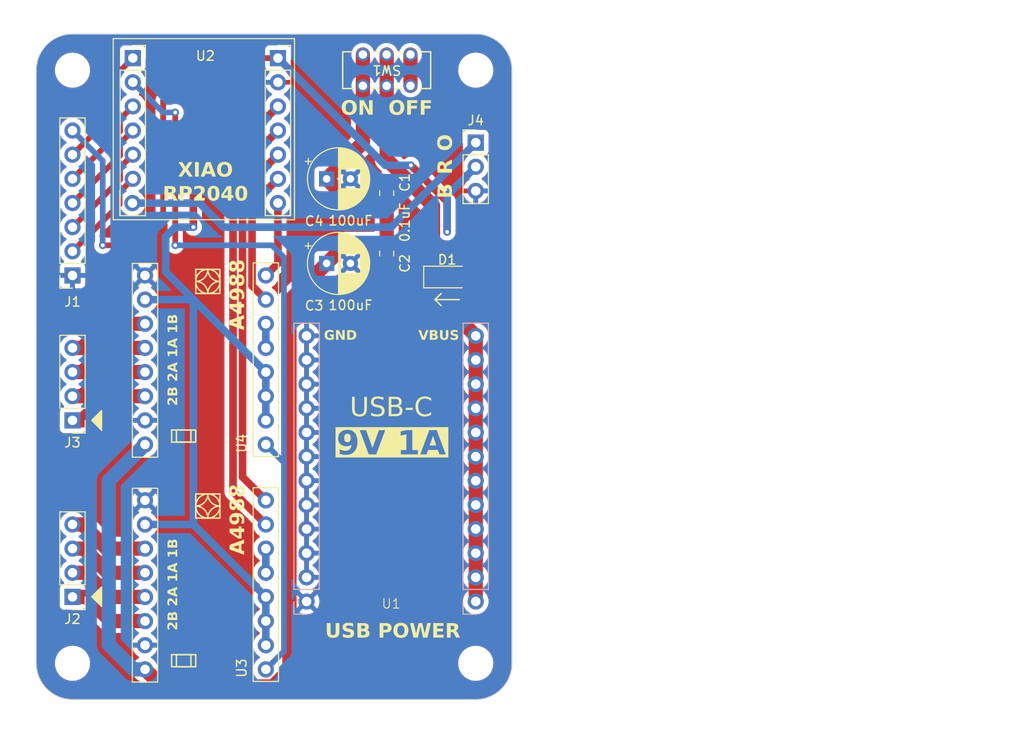
<source format=kicad_pcb>
(kicad_pcb (version 20221018) (generator pcbnew)
  (layers (0 "F.Cu" signal) (31 "B.Cu" signal) (34 "B.Paste" user) (35 "F.Paste" user) (36 "B.SilkS" user "B.Silkscreen") (37 "F.SilkS" user "F.Silkscreen") (38 "B.Mask" user) (39 "F.Mask" user) (44 "Edge.Cuts" user))
  (net 0 "")
  (net 1 "GND")
  (net 2 "VBUS")
  (net 3 "Net-(D1-K)")
  (net 4 "Net-(D1-A)")
  (net 5 "/SCL")
  (net 6 "/SDA")
  (net 7 "/A3")
  (net 8 "/A2")
  (net 9 "/DAC")
  (net 10 "Net-(J2-Pin_1)")
  (net 11 "Net-(J2-Pin_2)")
  (net 12 "Net-(J2-Pin_3)")
  (net 13 "Net-(J2-Pin_4)")
  (net 14 "Net-(J3-Pin_1)")
  (net 15 "Net-(J3-Pin_2)")
  (net 16 "Net-(J3-Pin_3)")
  (net 17 "Net-(J3-Pin_4)")
  (net 18 "/A6")
  (net 19 "+5V")
  (net 20 "/ENABLE")
  (net 21 "unconnected-(SW1-C-Pad3)")
  (net 22 "+3V3")
  (net 23 "/A7")
  (net 24 "/A8")
  (net 25 "/A9")
  (net 26 "/A10")
  (net 27 "Net-(U3-RESET)")
  (net 28 "Net-(U4-RESET)")
  (footprint "Diode_SMD:D_1206_3216Metric_Pad1.42x1.75mm_HandSolder" (layer "F.Cu") (at 118.11 50.965)
    (fp_text reference "D1" (at 0 -1.82) (layer "F.SilkS"))
    (fp_text value "D_Schottky")
    (pad "1" smd roundrect (at -1.4875 0) (size 1.425 1.75) (layers "F.Cu" "F.Paste" "F.Mask") (roundrect_rratio 0.1754392982) (net 3 "Net-(D1-K)"))
    (pad "2" smd roundrect (at 1.4875 0) (size 1.425 1.75) (layers "F.Cu" "F.Paste" "F.Mask") (roundrect_rratio 0.1754392982) (net 4 "Net-(D1-A)"))
  )
  (footprint "Capacitor_SMD:C_0805_2012Metric_Pad1.18x1.45mm_HandSolder" (layer "F.Cu") (at 111.76 42.1425 -90)
    (fp_text reference "C1" (at -1.1215 -1.905 90) (layer "F.SilkS"))
    (fp_text value "0.1uF")
    (pad "1" smd roundrect (at -1.0375 0 270) (size 1.175 1.45) (layers "F.Cu" "F.Paste" "F.Mask") (roundrect_rratio 0.2127659574) (net 1 "GND"))
    (pad "2" smd roundrect (at 1.0375 0 270) (size 1.175 1.45) (layers "F.Cu" "F.Paste" "F.Mask") (roundrect_rratio 0.2127659574) (net 2 "VBUS"))
  )
  (footprint "MountingHole:MountingHole_3.2mm_M3" (layer "F.Cu") (at 78.74 29.21)
    (fp_text reference "H1" hide)
    (fp_text value "M3")
    (pad "" np_thru_hole circle (at 0 0) (size 3.2 3.2) (drill 3.2) (layers "*.Cu" "*.Mask"))
  )
  (footprint "MountingHole:MountingHole_3.2mm_M3" (layer "F.Cu") (at 78.74 91.59)
    (fp_text reference "H2" hide)
    (fp_text value "M3")
    (pad "" np_thru_hole circle (at 0 0) (size 3.2 3.2) (drill 3.2) (layers "*.Cu" "*.Mask"))
  )
  (footprint "Blot:QTPYXIAORP2040" (layer "F.Cu") (at 92.7 22.08)
    (fp_text reference "U2" (at 0 5.63 unlocked) (layer "F.SilkS"))
    (fp_text value "RP2040 XIAO")
    (pad "0" thru_hole rect (at -7.62 5.86) (size 1.7 1.7) (drill 1) (layers "*.Cu" "*.Mask") (net 9 "/DAC"))
    (pad "1" thru_hole oval (at -7.62 8.4) (size 1.7 1.7) (drill 1) (layers "*.Cu" "*.Mask") (net 20 "/ENABLE"))
    (pad "2" thru_hole oval (at -7.62 10.94) (size 1.7 1.7) (drill 1) (layers "*.Cu" "*.Mask") (net 8 "/A2"))
    (pad "3" thru_hole oval (at -7.62 13.48) (size 1.7 1.7) (drill 1) (layers "*.Cu" "*.Mask") (net 7 "/A3"))
    (pad "3V3" thru_hole oval (at 7.63 10.94) (size 1.7 1.7) (drill 1) (layers "*.Cu" "*.Mask") (net 22 "+3V3"))
    (pad "4" thru_hole oval (at -7.62 16.02) (size 1.7 1.7) (drill 1) (layers "*.Cu" "*.Mask") (net 6 "/SDA"))
    (pad "5" thru_hole oval (at -7.62 18.56) (size 1.7 1.7) (drill 1) (layers "*.Cu" "*.Mask") (net 5 "/SCL"))
    (pad "5V" thru_hole rect (at 7.63 5.86) (size 1.7 1.7) (drill 1) (layers "*.Cu" "*.Mask") (net 19 "+5V"))
    (pad "6" thru_hole oval (at -7.66 21.11 270) (size 1.7 1.7) (drill 1) (layers "*.Cu" "*.Mask") (net 18 "/A6"))
    (pad "7" thru_hole oval (at 7.63 21.1) (size 1.7 1.7) (drill 1) (layers "*.Cu" "*.Mask") (net 23 "/A7"))
    (pad "8" thru_hole oval (at 7.63 18.56) (size 1.7 1.7) (drill 1) (layers "*.Cu" "*.Mask") (net 24 "/A8"))
    (pad "9" thru_hole oval (at 7.63 16.02) (size 1.7 1.7) (drill 1) (layers "*.Cu" "*.Mask") (net 25 "/A9"))
    (pad "10" thru_hole oval (at 7.63 13.48) (size 1.7 1.7) (drill 1) (layers "*.Cu" "*.Mask") (net 26 "/A10"))
    (pad "GND" thru_hole oval (at 7.63 8.4) (size 1.7 1.7) (drill 1) (layers "*.Cu" "*.Mask") (net 1 "GND"))
  )
  (footprint "Blot:A4988" (layer "F.Cu") (at 92.71 99.8475 180)
    (fp_text reference "U3" (at -3.81 7.755 90 unlocked) (layer "F.SilkS"))
    (fp_text value "A4988")
    (pad "1" thru_hole circle (at -6.35 7.62 180) (size 1.7 1.7) (drill 1) (layers "*.Cu" "*.Mask") (net 20 "/ENABLE"))
    (pad "2" thru_hole oval (at -6.35 10.16 180) (size 1.7 1.7) (drill 1) (layers "*.Cu" "*.Mask") (net 22 "+3V3"))
    (pad "3" thru_hole oval (at -6.35 12.7 180) (size 1.7 1.7) (drill 1) (layers "*.Cu" "*.Mask") (net 22 "+3V3"))
    (pad "4" thru_hole oval (at -6.35 15.24 180) (size 1.7 1.7) (drill 1) (layers "*.Cu" "*.Mask") (net 22 "+3V3"))
    (pad "5" thru_hole oval (at -6.35 17.78 180) (size 1.7 1.7) (drill 1) (layers "*.Cu" "*.Mask") (net 27 "Net-(U3-RESET)"))
    (pad "6" thru_hole oval (at -6.35 20.32 180) (size 1.7 1.7) (drill 1) (layers "*.Cu" "*.Mask") (net 27 "Net-(U3-RESET)"))
    (pad "7" thru_hole oval (at -6.35 22.86 180) (size 1.7 1.7) (drill 1) (layers "*.Cu" "*.Mask") (net 26 "/A10"))
    (pad "8" thru_hole oval (at -6.35 25.4 180) (size 1.7 1.7) (drill 1) (layers "*.Cu" "*.Mask") (net 25 "/A9"))
    (pad "9" thru_hole circle (at 6.35 25.4) (size 1.7 1.7) (drill 1) (layers "*.Cu" "*.Mask") (net 1 "GND"))
    (pad "10" thru_hole oval (at 6.35 22.86) (size 1.7 1.7) (drill 1) (layers "*.Cu" "*.Mask") (net 22 "+3V3"))
    (pad "11" thru_hole oval (at 6.35 20.32) (size 1.7 1.7) (drill 1) (layers "*.Cu" "*.Mask") (net 13 "Net-(J2-Pin_4)"))
    (pad "12" thru_hole oval (at 6.35 17.78) (size 1.7 1.7) (drill 1) (layers "*.Cu" "*.Mask") (net 12 "Net-(J2-Pin_3)"))
    (pad "13" thru_hole oval (at 6.35 15.24) (size 1.7 1.7) (drill 1) (layers "*.Cu" "*.Mask") (net 11 "Net-(J2-Pin_2)"))
    (pad "14" thru_hole oval (at 6.35 12.7) (size 1.7 1.7) (drill 1) (layers "*.Cu" "*.Mask") (net 10 "Net-(J2-Pin_1)"))
    (pad "15" thru_hole oval (at 6.35 10.16) (size 1.7 1.7) (drill 1) (layers "*.Cu" "*.Mask") (net 1 "GND"))
    (pad "16" thru_hole oval (at 6.35 7.62) (size 1.7 1.7) (drill 1) (layers "*.Cu" "*.Mask") (net 2 "VBUS"))
  )
  (footprint "Capacitor_THT:CP_Radial_D6.3mm_P2.50mm" (layer "F.Cu") (at 105.45 49.53)
    (fp_text reference "C3" (at -1.31 4.445) (layer "F.SilkS"))
    (fp_text value "100uF" (at 2.5 4.4) (layer "F.SilkS"))
    (pad "1" thru_hole rect (at 0 0) (size 1.6 1.6) (drill 0.8) (layers "*.Cu" "*.Mask") (net 2 "VBUS"))
    (pad "2" thru_hole circle (at 2.5 0) (size 1.6 1.6) (drill 0.8) (layers "*.Cu" "*.Mask") (net 1 "GND"))
  )
  (footprint "Blot:A4988" (layer "F.Cu") (at 92.71 76.2 180)
    (fp_text reference "U4" (at -3.81 7.755 90 unlocked) (layer "F.SilkS"))
    (fp_text value "A4988")
    (pad "1" thru_hole circle (at -6.35 7.62 180) (size 1.7 1.7) (drill 1) (layers "*.Cu" "*.Mask") (net 20 "/ENABLE"))
    (pad "2" thru_hole oval (at -6.35 10.16 180) (size 1.7 1.7) (drill 1) (layers "*.Cu" "*.Mask") (net 22 "+3V3"))
    (pad "3" thru_hole oval (at -6.35 12.7 180) (size 1.7 1.7) (drill 1) (layers "*.Cu" "*.Mask") (net 22 "+3V3"))
    (pad "4" thru_hole oval (at -6.35 15.24 180) (size 1.7 1.7) (drill 1) (layers "*.Cu" "*.Mask") (net 22 "+3V3"))
    (pad "5" thru_hole oval (at -6.35 17.78 180) (size 1.7 1.7) (drill 1) (layers "*.Cu" "*.Mask") (net 28 "Net-(U4-RESET)"))
    (pad "6" thru_hole oval (at -6.35 20.32 180) (size 1.7 1.7) (drill 1) (layers "*.Cu" "*.Mask") (net 28 "Net-(U4-RESET)"))
    (pad "7" thru_hole oval (at -6.35 22.86 180) (size 1.7 1.7) (drill 1) (layers "*.Cu" "*.Mask") (net 24 "/A8"))
    (pad "8" thru_hole oval (at -6.35 25.4 180) (size 1.7 1.7) (drill 1) (layers "*.Cu" "*.Mask") (net 23 "/A7"))
    (pad "9" thru_hole circle (at 6.35 25.4) (size 1.7 1.7) (drill 1) (layers "*.Cu" "*.Mask") (net 1 "GND"))
    (pad "10" thru_hole oval (at 6.35 22.86) (size 1.7 1.7) (drill 1) (layers "*.Cu" "*.Mask") (net 22 "+3V3"))
    (pad "11" thru_hole oval (at 6.35 20.32) (size 1.7 1.7) (drill 1) (layers "*.Cu" "*.Mask") (net 17 "Net-(J3-Pin_4)"))
    (pad "12" thru_hole oval (at 6.35 17.78) (size 1.7 1.7) (drill 1) (layers "*.Cu" "*.Mask") (net 16 "Net-(J3-Pin_3)"))
    (pad "13" thru_hole oval (at 6.35 15.24) (size 1.7 1.7) (drill 1) (layers "*.Cu" "*.Mask") (net 15 "Net-(J3-Pin_2)"))
    (pad "14" thru_hole oval (at 6.35 12.7) (size 1.7 1.7) (drill 1) (layers "*.Cu" "*.Mask") (net 14 "Net-(J3-Pin_1)"))
    (pad "15" thru_hole oval (at 6.35 10.16) (size 1.7 1.7) (drill 1) (layers "*.Cu" "*.Mask") (net 1 "GND"))
    (pad "16" thru_hole oval (at 6.35 7.62) (size 1.7 1.7) (drill 1) (layers "*.Cu" "*.Mask") (net 2 "VBUS"))
  )
  (footprint "Blot:SWITCH_011CQN" (layer "F.Cu") (at 109.26 30.860001 90)
    (fp_text reference "SW1" (at 1.65 2.5 180 unlocked) (layer "F.SilkS"))
    (fp_text value "SW_SPDT")
    (pad "1" thru_hole circle (at 0.000001 0 90) (size 1.397 1.397) (drill 0.889) (layers "*.Cu" "*.Mask") (net 2 "VBUS"))
    (pad "1" thru_hole circle (at 3.3 0 90) (size 1.397 1.397) (drill 0.889) (layers "*.Cu" "*.Mask") (net 2 "VBUS"))
    (pad "2" thru_hole circle (at 0.000001 2.5 90) (size 1.397 1.397) (drill 0.889) (layers "*.Cu" "*.Mask") (net 3 "Net-(D1-K)"))
    (pad "2" thru_hole circle (at 3.3 2.5 90) (size 1.397 1.397) (drill 0.889) (layers "*.Cu" "*.Mask") (net 3 "Net-(D1-K)"))
    (pad "3" thru_hole circle (at 0.000001 5 90) (size 1.397 1.397) (drill 0.889) (layers "*.Cu" "*.Mask") (net 21 "unconnected-(SW1-C-Pad3)"))
    (pad "3" thru_hole circle (at 3.3 5 90) (size 1.397 1.397) (drill 0.889) (layers "*.Cu" "*.Mask") (net 21 "unconnected-(SW1-C-Pad3)"))
  )
  (footprint "Connector_PinHeader_2.54mm:PinHeader_1x03_P2.54mm_Vertical" (layer "F.Cu") (at 121.12 36.83)
    (fp_text reference "J4" (at 0 -2.33) (layer "F.SilkS"))
    (fp_text value "SG90")
    (pad "1" thru_hole rect (at 0 0) (size 1.7 1.7) (drill 1) (layers "*.Cu" "*.Mask") (net 18 "/A6"))
    (pad "2" thru_hole oval (at 0 2.54) (size 1.7 1.7) (drill 1) (layers "*.Cu" "*.Mask") (net 19 "+5V"))
    (pad "3" thru_hole oval (at 0 5.08) (size 1.7 1.7) (drill 1) (layers "*.Cu" "*.Mask") (net 1 "GND"))
  )
  (footprint "Blot:USB-C PD" (layer "F.Cu") (at 112.23 71.12 180)
    (fp_text reference "U1" (at 0 -14.2 unlocked) (layer "F.SilkS") (effects (font (thickness 0.1))))
    (fp_text value "~")
    (fp_text user "USB-C" (at 0 6.35 unlocked) (layer "F.SilkS") (effects (font (size 2 2) (thickness 0.1))))
    (fp_text user "9V 1A" (at 0 2.54 unlocked) (layer "F.SilkS" knockout) (effects (font (size 2.5 2.5) (thickness 0.2) bold)))
    (pad "1" thru_hole circle (at -8.89 -13.97) (size 1.7 1.7) (drill 1) (layers "*.Cu" "*.Mask") (net 4 "Net-(D1-A)"))
    (pad "2" thru_hole oval (at -8.89 -11.43) (size 1.7 1.7) (drill 1) (layers "*.Cu" "*.Mask") (net 4 "Net-(D1-A)"))
    (pad "3" thru_hole oval (at -8.89 -8.89) (size 1.7 1.7) (drill 1) (layers "*.Cu" "*.Mask") (net 4 "Net-(D1-A)"))
    (pad "4" thru_hole oval (at -8.89 -6.35) (size 1.7 1.7) (drill 1) (layers "*.Cu" "*.Mask") (net 4 "Net-(D1-A)"))
    (pad "5" thru_hole oval (at -8.89 -3.81) (size 1.7 1.7) (drill 1) (layers "*.Cu" "*.Mask") (net 4 "Net-(D1-A)"))
    (pad "6" thru_hole oval (at -8.89 -1.27) (size 1.7 1.7) (drill 1) (layers "*.Cu" "*.Mask") (net 4 "Net-(D1-A)"))
    (pad "7" thru_hole oval (at -8.89 1.27) (size 1.7 1.7) (drill 1) (layers "*.Cu" "*.Mask") (net 4 "Net-(D1-A)"))
    (pad "8" thru_hole oval (at -8.89 3.81) (size 1.7 1.7) (drill 1) (layers "*.Cu" "*.Mask") (net 4 "Net-(D1-A)"))
    (pad "9" thru_hole oval (at -8.89 6.35) (size 1.7 1.7) (drill 1) (layers "*.Cu" "*.Mask") (net 4 "Net-(D1-A)"))
    (pad "10" thru_hole oval (at -8.89 8.89) (size 1.7 1.7) (drill 1) (layers "*.Cu" "*.Mask") (net 4 "Net-(D1-A)"))
    (pad "11" thru_hole oval (at -8.89 11.43) (size 1.7 1.7) (drill 1) (layers "*.Cu" "*.Mask") (net 4 "Net-(D1-A)"))
    (pad "12" thru_hole oval (at -8.89 13.97) (size 1.7 1.7) (drill 1) (layers "*.Cu" "*.Mask") (net 4 "Net-(D1-A)"))
    (pad "13" thru_hole oval (at 8.89 13.97) (size 1.7 1.7) (drill 1) (layers "*.Cu" "*.Mask") (net 1 "GND"))
    (pad "14" thru_hole oval (at 8.89 11.43) (size 1.7 1.7) (drill 1) (layers "*.Cu" "*.Mask") (net 1 "GND"))
    (pad "15" thru_hole oval (at 8.89 8.89) (size 1.7 1.7) (drill 1) (layers "*.Cu" "*.Mask") (net 1 "GND"))
    (pad "16" thru_hole oval (at 8.89 6.35 90) (size 1.7 1.7) (drill 1) (layers "*.Cu" "*.Mask") (net 1 "GND"))
    (pad "17" thru_hole oval (at 8.89 3.81) (size 1.7 1.7) (drill 1) (layers "*.Cu" "*.Mask") (net 1 "GND"))
    (pad "18" thru_hole oval (at 8.89 1.27) (size 1.7 1.7) (drill 1) (layers "*.Cu" "*.Mask") (net 1 "GND"))
    (pad "19" thru_hole oval (at 8.89 -1.27) (size 1.7 1.7) (drill 1) (layers "*.Cu" "*.Mask") (net 1 "GND"))
    (pad "20" thru_hole oval (at 8.89 -3.81) (size 1.7 1.7) (drill 1) (layers "*.Cu" "*.Mask") (net 1 "GND"))
    (pad "21" thru_hole oval (at 8.89 -6.35) (size 1.7 1.7) (drill 1) (layers "*.Cu" "*.Mask") (net 1 "GND"))
    (pad "22" thru_hole oval (at 8.89 -8.89) (size 1.7 1.7) (drill 1) (layers "*.Cu" "*.Mask") (net 1 "GND"))
    (pad "23" thru_hole oval (at 8.89 -11.43) (size 1.7 1.7) (drill 1) (layers "*.Cu" "*.Mask") (net 1 "GND"))
    (pad "24" thru_hole circle (at 8.89 -13.97) (size 1.7 1.7) (drill 1) (layers "*.Cu" "*.Mask") (net 1 "GND"))
  )
  (footprint "Connector_PinHeader_2.54mm:PinHeader_1x04_P2.54mm_Vertical" (layer "F.Cu") (at 78.74 66.04 180)
    (fp_text reference "J3" (at 0 -2.33) (layer "F.SilkS"))
    (fp_text value "NEMA17")
    (pad "1" thru_hole rect (at 0 0 180) (size 1.7 1.7) (drill 1) (layers "*.Cu" "*.Mask") (net 14 "Net-(J3-Pin_1)"))
    (pad "2" thru_hole oval (at 0 2.54 180) (size 1.7 1.7) (drill 1) (layers "*.Cu" "*.Mask") (net 15 "Net-(J3-Pin_2)"))
    (pad "3" thru_hole oval (at 0 5.08 180) (size 1.7 1.7) (drill 1) (layers "*.Cu" "*.Mask") (net 16 "Net-(J3-Pin_3)"))
    (pad "4" thru_hole oval (at 0 7.62 180) (size 1.7 1.7) (drill 1) (layers "*.Cu" "*.Mask") (net 17 "Net-(J3-Pin_4)"))
  )
  (footprint "MountingHole:MountingHole_3.2mm_M3" (layer "F.Cu") (at 121.12 29.21)
    (fp_text reference "H4" hide)
    (fp_text value "M3")
    (pad "" np_thru_hole circle (at 0 0) (size 3.2 3.2) (drill 3.2) (layers "*.Cu" "*.Mask"))
  )
  (footprint "Connector_PinHeader_2.54mm:PinHeader_1x04_P2.54mm_Vertical" (layer "F.Cu") (at 78.74 84.6074 180)
    (fp_text reference "J2" (at 0 -2.33) (layer "F.SilkS"))
    (fp_text value "NEMA17")
    (pad "1" thru_hole rect (at 0 0 180) (size 1.7 1.7) (drill 1) (layers "*.Cu" "*.Mask") (net 10 "Net-(J2-Pin_1)"))
    (pad "2" thru_hole oval (at 0 2.54 180) (size 1.7 1.7) (drill 1) (layers "*.Cu" "*.Mask") (net 11 "Net-(J2-Pin_2)"))
    (pad "3" thru_hole oval (at 0 5.08 180) (size 1.7 1.7) (drill 1) (layers "*.Cu" "*.Mask") (net 12 "Net-(J2-Pin_3)"))
    (pad "4" thru_hole oval (at 0 7.62 180) (size 1.7 1.7) (drill 1) (layers "*.Cu" "*.Mask") (net 13 "Net-(J2-Pin_4)"))
  )
  (footprint "Capacitor_SMD:C_0805_2012Metric_Pad1.18x1.45mm_HandSolder" (layer "F.Cu") (at 111.76 48.4925 90)
    (fp_text reference "C2" (at -1.0375 1.905 90) (layer "F.SilkS"))
    (fp_text value "0.1uF" (at 3.2805 1.905 90) (layer "F.SilkS"))
    (pad "1" smd roundrect (at -1.0375 0 90) (size 1.175 1.45) (layers "F.Cu" "F.Paste" "F.Mask") (roundrect_rratio 0.2127659574) (net 1 "GND"))
    (pad "2" smd roundrect (at 1.0375 0 90) (size 1.175 1.45) (layers "F.Cu" "F.Paste" "F.Mask") (roundrect_rratio 0.2127659574) (net 2 "VBUS"))
  )
  (footprint "Connector_PinSocket_2.54mm:PinSocket_1x07_P2.54mm_Vertical" (layer "F.Cu") (at 78.74 50.8 180)
    (fp_text reference "J1" (at 0 -2.77) (layer "F.SilkS"))
    (fp_text value "GPIO")
    (pad "1" thru_hole rect (at 0 0 180) (size 1.7 1.7) (drill 1) (layers "*.Cu" "*.Mask") (net 1 "GND"))
    (pad "2" thru_hole oval (at 0 2.54 180) (size 1.7 1.7) (drill 1) (layers "*.Cu" "*.Mask") (net 5 "/SCL"))
    (pad "3" thru_hole oval (at 0 5.08 180) (size 1.7 1.7) (drill 1) (layers "*.Cu" "*.Mask") (net 6 "/SDA"))
    (pad "4" thru_hole oval (at 0 7.62 180) (size 1.7 1.7) (drill 1) (layers "*.Cu" "*.Mask") (net 7 "/A3"))
    (pad "5" thru_hole oval (at 0 10.16 180) (size 1.7 1.7) (drill 1) (layers "*.Cu" "*.Mask") (net 8 "/A2"))
    (pad "6" thru_hole oval (at 0 12.7 180) (size 1.7 1.7) (drill 1) (layers "*.Cu" "*.Mask") (net 9 "/DAC"))
    (pad "7" thru_hole oval (at 0 15.24 180) (size 1.7 1.7) (drill 1) (layers "*.Cu" "*.Mask") (net 19 "+5V"))
  )
  (footprint "Capacitor_THT:CP_Radial_D6.3mm_P2.50mm" (layer "F.Cu") (at 105.45 40.64)
    (fp_text reference "C4" (at -1.31 4.445) (layer "F.SilkS"))
    (fp_text value "100uF" (at 2.5 4.4) (layer "F.SilkS"))
    (pad "1" thru_hole rect (at 0 0) (size 1.6 1.6) (drill 0.8) (layers "*.Cu" "*.Mask") (net 2 "VBUS"))
    (pad "2" thru_hole circle (at 2.5 0) (size 1.6 1.6) (drill 0.8) (layers "*.Cu" "*.Mask") (net 1 "GND"))
  )
  (footprint "MountingHole:MountingHole_3.2mm_M3" (layer "F.Cu") (at 121.12 91.59)
    (fp_text reference "H3" hide)
    (fp_text value "M3")
    (pad "" np_thru_hole circle (at 0 0) (size 3.2 3.2) (drill 3.2) (layers "*.Cu" "*.Mask"))
  )
  (gr_rect (start 89.662 90.678) (end 91.186 91.948) (stroke (width 0.15)) (fill none) (layer "F.SilkS"))
  (gr_rect (start 89.662 67.056) (end 91.186 68.326) (stroke (width 0.15)) (fill none) (layer "F.SilkS"))
  (gr_arc (start 92.964 50.155974) (mid 92.592038 51.054012) (end 91.694 51.425974) (stroke (width 0.15)) (layer "F.SilkS"))
  (gr_circle (center 92.964 51.425974) (end 92.964 52.695974) (stroke (width 0.15)) (fill none) (layer "F.SilkS"))
  (gr_arc (start 91.694 75.047974) (mid 92.592031 75.419943) (end 92.964 76.317974) (stroke (width 0.15)) (layer "F.SilkS"))
  (gr_rect (start 91.694 50.155974) (end 94.234 52.695974) (stroke (width 0.15)) (fill none) (layer "F.SilkS"))
  (gr_rect (start 89.154 67.056) (end 91.694 68.326) (stroke (width 0.15)) (fill none) (layer "F.SilkS"))
  (gr_arc (start 92.964 76.317974) (mid 93.335988 75.419964) (end 94.234 75.047974) (stroke (width 0.15)) (layer "F.SilkS"))
  (gr_line (start 116.84 53.34) (end 117.475 53.975) (stroke (width 0.15)) (layer "F.SilkS"))
  (gr_poly (pts (xy 80.772 84.582) (xy 81.788 83.566) (xy 81.788 85.598)) (stroke (width 0.15)) (fill solid) (layer "F.SilkS"))
  (gr_arc (start 94.234 51.425974) (mid 93.335979 51.053994) (end 92.964 50.155974) (stroke (width 0.15)) (layer "F.SilkS"))
  (gr_line (start 116.84 53.34) (end 117.475 52.705) (stroke (width 0.15)) (layer "F.SilkS"))
  (gr_arc (start 92.964 73.777974) (mid 92.592038 74.676012) (end 91.694 75.047974) (stroke (width 0.15)) (layer "F.SilkS"))
  (gr_line (start 117.475 52.705) (end 116.84 53.34) (stroke (width 0.15)) (layer "F.SilkS"))
  (gr_line (start 119.38 53.34) (end 116.84 53.34) (stroke (width 0.15)) (layer "F.SilkS"))
  (gr_arc (start 94.234 75.047974) (mid 93.335979 74.675994) (end 92.964 73.777974) (stroke (width 0.15)) (layer "F.SilkS"))
  (gr_circle (center 92.964 75.047974) (end 92.964 76.317974) (stroke (width 0.15)) (fill none) (layer "F.SilkS"))
  (gr_arc (start 91.694 51.425974) (mid 92.592031 51.797943) (end 92.964 52.695974) (stroke (width 0.15)) (layer "F.SilkS"))
  (gr_poly (pts (xy 80.772 66.04) (xy 81.788 65.024) (xy 81.788 67.056)) (stroke (width 0.15)) (fill solid) (layer "F.SilkS"))
  (gr_rect (start 91.694 73.777974) (end 94.234 76.317974) (stroke (width 0.15)) (fill none) (layer "F.SilkS"))
  (gr_rect (start 89.154 90.678) (end 91.694 91.948) (stroke (width 0.15)) (fill none) (layer "F.SilkS"))
  (gr_arc (start 92.964 52.695974) (mid 93.335988 51.797964) (end 94.234 51.425974) (stroke (width 0.15)) (layer "F.SilkS"))
  (gr_line (start 121.12 95.4) (end 78.74 95.4) (stroke (width 0.1)) (layer "Edge.Cuts"))
  (gr_arc (start 78.74 95.4) (mid 76.045924 94.284077) (end 74.93 91.59) (stroke (width 0.1)) (layer "Edge.Cuts"))
  (gr_line (start 74.93 91.59) (end 74.93 29.21) (stroke (width 0.1)) (layer "Edge.Cuts"))
  (gr_arc (start 121.12 25.4) (mid 123.814076 26.515923) (end 124.93 29.21) (stroke (width 0.1)) (layer "Edge.Cuts"))
  (gr_arc (start 124.93 91.59) (mid 123.814077 94.284076) (end 121.12 95.4) (stroke (width 0.1)) (layer "Edge.Cuts"))
  (gr_arc (start 74.93 29.21) (mid 76.045923 26.515923) (end 78.74 25.4) (stroke (width 0.1)) (layer "Edge.Cuts"))
  (gr_line (start 78.74 25.4) (end 121.12 25.4) (stroke (width 0.1)) (layer "Edge.Cuts"))
  (gr_line (start 124.93 29.21) (end 124.93 91.59) (stroke (width 0.1)) (layer "Edge.Cuts"))
  (gr_text "1B\n" (at 89.916 80.518 90) (layer "F.SilkS") (effects (font (size 1 1) (thickness 0.25) bold) (justify left bottom)))
  (gr_text "R" (at 118.872 39.37 90) (layer "F.SilkS") (effects (font (size 1.5 1.5) (thickness 0.3) bold) (justify bottom)))
  (gr_text "A4988\n" (at 97.028 76.454 90) (layer "F.SilkS") (effects (font (size 1.5 1.5) (thickness 0.3) bold) (justify bottom)))
  (gr_text "GND" (at 105.156 57.15) (layer "F.SilkS") (effects (font (size 1 1)) (justify left)))
  (gr_text "1B\n" (at 89.916 56.896 90) (layer "F.SilkS") (effects (font (size 1 1) (thickness 0.25) bold) (justify left bottom)))
  (gr_text "B" (at 118.872 41.91 90) (layer "F.SilkS") (effects (font (size 1.5 1.5) (thickness 0.3) bold) (justify bottom)))
  (gr_text "VBUS\n" (at 119.38 57.15) (layer "F.SilkS") (effects (font (size 1 1)) (justify right)))
  (gr_text "1A\n" (at 89.916 59.436 90) (layer "F.SilkS") (effects (font (size 1 1) (thickness 0.25) bold) (justify left bottom)))
  (gr_text "2A" (at 89.916 85.598 90) (layer "F.SilkS") (effects (font (size 1 1) (thickness 0.25) bold) (justify left bottom)))
  (gr_text "2A" (at 89.916 61.976 90) (layer "F.SilkS") (effects (font (size 1 1) (thickness 0.25) bold) (justify left bottom)))
  (gr_text "ON\n" (at 106.934 33.274) (layer "F.SilkS") (effects (font (size 1.5 1.5) (thickness 0.3) bold) (justify left)))
  (gr_text "O" (at 118.872 36.83 90) (layer "F.SilkS") (effects (font (size 1.5 1.5) (thickness 0.3) bold) (justify bottom)))
  (gr_text "1A\n" (at 89.916 83.058 90) (layer "F.SilkS") (effects (font (size 1 1) (thickness 0.25) bold) (justify left bottom)))
  (gr_text "2B" (at 89.916 88.138 90) (layer "F.SilkS") (effects (font (size 1 1) (thickness 0.25) bold) (justify left bottom)))
  (gr_text "2B" (at 89.916 64.516 90) (layer "F.SilkS") (effects (font (size 1 1) (thickness 0.25) bold) (justify left bottom)))
  (gr_text "OFF" (at 116.586 33.274) (layer "F.SilkS") (effects (font (size 1.5 1.5) (thickness 0.3) bold) (justify right)))
  (gr_text "A4988\n" (at 97.028 52.832 90) (layer "F.SilkS") (effects (font (size 1.5 1.5) (thickness 0.3) bold) (justify bottom)))
  (gr_text "XIAO\nRP2040" (at 92.71 43.18) (layer "F.SilkS") (effects (font (size 1.5 1.5) (thickness 0.3) bold) (justify bottom)))
  (gr_text "USB POWER" (at 112.395 88.265) (layer "F.SilkS") (effects (font (size 1.5 1.5) (thickness 0.3) bold)))
  (segment (start 101.54 53.44) (end 101.54 92.293085) (width 1.5) (layer "F.Cu") (net 2))
  (segment (start 88.16 94.0275) (end 86.36 92.2275) (width 1.5) (layer "F.Cu") (net 2))
  (segment (start 107.99 43.18) (end 105.45 40.64) (width 1.5) (layer "F.Cu") (net 2))
  (segment (start 111.76 43.18) (end 107.99 43.18) (width 1.5) (layer "F.Cu") (net 2))
  (segment (start 101.54 92.293085) (end 99.805585 94.0275) (width 1.5) (layer "F.Cu") (net 2))
  (segment (start 109.26 36.83) (end 105.45 40.64) (width 1.5) (layer "F.Cu") (net 2))
  (segment (start 109.26 27.560001) (end 109.26 30.86) (width 1.5) (layer "F.Cu") (net 2))
  (segment (start 109.26 30.86) (end 109.26 36.83) (width 1.5) (layer "F.Cu") (net 2))
  (segment (start 99.805585 94.0275) (end 88.16 94.0275) (width 1.5) (layer "F.Cu") (net 2))
  (segment (start 107.525 47.455) (end 111.76 47.455) (width 1.5) (layer "F.Cu") (net 2))
  (segment (start 105.45 49.53) (end 101.54 53.44) (width 1.5) (layer "F.Cu") (net 2))
  (segment (start 105.45 49.53) (end 107.525 47.455) (width 1.5) (layer "F.Cu") (net 2))
  (segment (start 111.76 43.18) (end 111.76 47.455) (width 1.5) (layer "F.Cu") (net 2))
  (segment (start 86.36 68.58) (end 82.55 72.39) (width 1.5) (layer "B.Cu") (net 2))
  (segment (start 85.157919 92.2275) (end 86.36 92.2275) (width 1.5) (layer "B.Cu") (net 2))
  (segment (start 82.55 89.619581) (end 85.157919 92.2275) (width 1.5) (layer "B.Cu") (net 2))
  (segment (start 82.55 72.39) (end 82.55 89.619581) (width 1.5) (layer "B.Cu") (net 2))
  (segment (start 111.76 38.595444) (end 111.76 27.560001) (width 1.5) (layer "F.Cu") (net 3))
  (segment (start 116.6225 43.457944) (end 111.76 38.595444) (width 1.5) (layer "F.Cu") (net 3))
  (segment (start 116.6225 50.965) (end 116.6225 43.457944) (width 1.5) (layer "F.Cu") (net 3))
  (segment (start 121.12 57.15) (end 121.12 85.09) (width 1.5) (layer "F.Cu") (net 4))
  (segment (start 119.5975 50.965) (end 119.5975 55.6275) (width 1.5) (layer "F.Cu") (net 4))
  (segment (start 119.5975 55.6275) (end 121.12 57.15) (width 1.5) (layer "F.Cu") (net 4))
  (segment (start 83.69 42.03) (end 85.08 40.64) (width 0.6) (layer "F.Cu") (net 5))
  (segment (start 83.69 43.31) (end 83.69 42.03) (width 0.6) (layer "F.Cu") (net 5))
  (segment (start 78.74 48.26) (end 83.69 43.31) (width 0.6) (layer "F.Cu") (net 5))
  (segment (start 83.73 40.73) (end 83.73 39.45) (width 0.6) (layer "F.Cu") (net 6))
  (segment (start 78.74 45.72) (end 83.73 40.73) (width 0.6) (layer "F.Cu") (net 6))
  (segment (start 83.73 39.45) (end 85.08 38.1) (width 0.6) (layer "F.Cu") (net 6))
  (segment (start 78.74 43.18) (end 83.73 38.19) (width 0.6) (layer "F.Cu") (net 7))
  (segment (start 83.73 38.19) (end 83.73 36.91) (width 0.6) (layer "F.Cu") (net 7))
  (segment (start 83.73 36.91) (end 85.08 35.56) (width 0.6) (layer "F.Cu") (net 7))
  (segment (start 78.74 40.64) (end 83.73 35.65) (width 0.6) (layer "F.Cu") (net 8))
  (segment (start 83.73 35.65) (end 83.73 34.37) (width 0.6) (layer "F.Cu") (net 8))
  (segment (start 83.73 34.37) (end 85.08 33.02) (width 0.6) (layer "F.Cu") (net 8))
  (segment (start 83.185 29.835) (end 85.08 27.94) (width 0.6) (layer "F.Cu") (net 9))
  (segment (start 78.74 38.1) (end 83.185 33.655) (width 0.6) (layer "F.Cu") (net 9))
  (segment (start 83.185 33.655) (end 83.185 29.835) (width 0.6) (layer "F.Cu") (net 9))
  (segment (start 80.201723 84.6074) (end 82.741823 87.1475) (width 1.5) (layer "F.Cu") (net 10))
  (segment (start 82.741823 87.1475) (end 86.36 87.1475) (width 1.5) (layer "F.Cu") (net 10))
  (segment (start 78.74 84.6074) (end 80.201723 84.6074) (width 1.5) (layer "F.Cu") (net 10))
  (segment (start 78.74 82.0674) (end 80.065887 82.0674) (width 1.5) (layer "F.Cu") (net 11))
  (segment (start 80.065887 82.0674) (end 82.605987 84.6075) (width 1.5) (layer "F.Cu") (net 11))
  (segment (start 82.605987 84.6075) (end 86.36 84.6075) (width 1.5) (layer "F.Cu") (net 11))
  (segment (start 79.930051 79.5274) (end 82.470151 82.0675) (width 1.5) (layer "F.Cu") (net 12))
  (segment (start 82.470151 82.0675) (end 86.36 82.0675) (width 1.5) (layer "F.Cu") (net 12))
  (segment (start 78.74 79.5274) (end 79.930051 79.5274) (width 1.5) (layer "F.Cu") (net 12))
  (segment (start 79.794215 76.9874) (end 78.74 76.9874) (width 1.5) (layer "F.Cu") (net 13))
  (segment (start 82.334315 79.5275) (end 79.794215 76.9874) (width 1.5) (layer "F.Cu") (net 13))
  (segment (start 86.36 79.5275) (end 82.334315 79.5275) (width 1.5) (layer "F.Cu") (net 13))
  (segment (start 86.321685 63.5) (end 82.296 63.5) (width 1.5) (layer "F.Cu") (net 14))
  (segment (start 78.745585 66.04) (end 78.74 66.04) (width 1.5) (layer "F.Cu") (net 14))
  (segment (start 82.296 63.5) (end 79.7559 66.0401) (width 1.5) (layer "F.Cu") (net 14))
  (segment (start 79.7559 66.0401) (end 78.701685 66.0401) (width 1.5) (layer "F.Cu") (net 14))
  (segment (start 78.745585 63.5) (end 78.74 63.5) (width 1.5) (layer "F.Cu") (net 15))
  (segment (start 79.7559 63.5001) (end 78.701685 63.5001) (width 1.5) (layer "F.Cu") (net 15))
  (segment (start 82.296 60.96) (end 79.7559 63.5001) (width 1.5) (layer "F.Cu") (net 15))
  (segment (start 86.321685 60.96) (end 82.296 60.96) (width 1.5) (layer "F.Cu") (net 15))
  (segment (start 78.745585 60.96) (end 78.74 60.96) (width 1.5) (layer "F.Cu") (net 16))
  (segment (start 82.296 58.42) (end 79.7559 60.9601) (width 1.5) (layer "F.Cu") (net 16))
  (segment (start 86.321685 58.42) (end 82.296 58.42) (width 1.5) (layer "F.Cu") (net 16))
  (segment (start 79.7559 60.9601) (end 78.701685 60.9601) (width 1.5) (layer "F.Cu") (net 16))
  (segment (start 86.321685 55.88) (end 82.296 55.88) (width 1.5) (layer "F.Cu") (net 17))
  (segment (start 82.296 55.88) (end 79.7559 58.4201) (width 1.5) (layer "F.Cu") (net 17))
  (segment (start 79.7559 58.4201) (end 78.701685 58.4201) (width 1.5) (layer "F.Cu") (net 17))
  (segment (start 85.04 43.19) (end 92.085 43.19) (width 0.8) (layer "B.Cu") (net 18))
  (segment (start 92.085 43.19) (end 94.615 45.72) (width 0.8) (layer "B.Cu") (net 18))
  (segment (start 94.615 45.72) (end 112.23 45.72) (width 0.8) (layer "B.Cu") (net 18))
  (segment (start 112.23 45.72) (end 121.12 36.83) (width 0.8) (layer "B.Cu") (net 18))
  (segment (start 88.265 32.385) (end 92.71 27.94) (width 0.6) (layer "F.Cu") (net 19))
  (segment (start 114.3 39.215746) (end 118.11 43.025746) (width 0.8) (layer "F.Cu") (net 19))
  (segment (start 92.71 27.94) (end 100.33 27.94) (width 0.6) (layer "F.Cu") (net 19))
  (segment (start 118.11 43.025746) (end 118.11 46.228) (width 0.8) (layer "F.Cu") (net 19))
  (segment (start 85.09 47.625) (end 88.265 44.45) (width 0.6) (layer "F.Cu") (net 19))
  (segment (start 81.915 47.625) (end 85.09 47.625) (width 0.6) (layer "F.Cu") (net 19))
  (segment (start 88.265 44.45) (end 88.265 32.385) (width 0.6) (layer "F.Cu") (net 19))
  (via (at 114.3 39.215746) (size 0.8) (drill 0.4) (layers "F.Cu" "B.Cu") (net 19))
  (via (at 118.11 46.228) (size 0.8) (drill 0.4) (layers "F.Cu" "B.Cu") (net 19))
  (via (at 81.915 47.625) (size 0.8) (drill 0.4) (layers "F.Cu" "B.Cu") (net 19))
  (segment (start 118.11 46.228) (end 118.11 42.38) (width 0.8) (layer "B.Cu") (net 19))
  (segment (start 111.605746 39.215746) (end 100.33 27.94) (width 0.8) (layer "B.Cu") (net 19))
  (segment (start 81.915 38.735) (end 81.915 47.625) (width 0.6) (layer "B.Cu") (net 19))
  (segment (start 118.11 42.38) (end 121.12 39.37) (width 0.8) (layer "B.Cu") (net 19))
  (segment (start 78.74 35.56) (end 81.915 38.735) (width 0.6) (layer "B.Cu") (net 19))
  (segment (start 114.3 39.215746) (end 111.605746 39.215746) (width 0.8) (layer "B.Cu") (net 19))
  (segment (start 89.535 47.625) (end 89.535 33.655) (width 0.6) (layer "F.Cu") (net 20))
  (via (at 89.535 33.655) (size 0.8) (drill 0.4) (layers "F.Cu" "B.Cu") (net 20))
  (via (at 89.535 47.625) (size 0.8) (drill 0.4) (layers "F.Cu" "B.Cu") (net 20))
  (segment (start 89.535 47.625) (end 99.695 47.625) (width 0.6) (layer "B.Cu") (net 20))
  (segment (start 100.965 70.485) (end 100.965 90.3225) (width 0.6) (layer "B.Cu") (net 20))
  (segment (start 100.965 48.895) (end 100.965 70.485) (width 0.6) (layer "B.Cu") (net 20))
  (segment (start 99.06 68.58) (end 100.965 70.485) (width 0.6) (layer "B.Cu") (net 20))
  (segment (start 89.535 33.655) (end 88.255 33.655) (width 0.6) (layer "B.Cu") (net 20))
  (segment (start 100.965 90.3225) (end 99.06 92.2275) (width 0.6) (layer "B.Cu") (net 20))
  (segment (start 99.695 47.625) (end 100.965 48.895) (width 0.6) (layer "B.Cu") (net 20))
  (segment (start 88.255 33.655) (end 85.08 30.48) (width 0.6) (layer "B.Cu") (net 20))
  (segment (start 114.26 27.560001) (end 114.26 30.86) (width 1.5) (layer "F.Cu") (net 21))
  (segment (start 91.44 41.91) (end 100.33 33.02) (width 0.8) (layer "F.Cu") (net 22))
  (segment (start 91.44 45.72) (end 91.44 41.91) (width 0.8) (layer "F.Cu") (net 22))
  (via (at 91.44 45.72) (size 0.8) (drill 0.4) (layers "F.Cu" "B.Cu") (net 22))
  (segment (start 88.535 46.72) (end 89.535 45.72) (width 0.8) (layer "B.Cu") (net 22))
  (segment (start 91.44 53.34) (end 88.535 50.435) (width 0.8) (layer "B.Cu") (net 22))
  (segment (start 99.06 60.96) (end 99.06 66.04) (width 0.8) (layer "B.Cu") (net 22))
  (segment (start 91.44 76.9875) (end 99.06 84.6075) (width 0.8) (layer "B.Cu") (net 22))
  (segment (start 86.36 76.9875) (end 91.44 76.9875) (width 0.8) (layer "B.Cu") (net 22))
  (segment (start 91.44 53.34) (end 99.06 60.96) (width 0.8) (layer "B.Cu") (net 22))
  (segment (start 99.06 89.6875) (end 99.06 84.6075) (width 0.8) (layer "B.Cu") (net 22))
  (segment (start 91.44 76.9875) (end 91.44 53.34) (width 0.8) (layer "B.Cu") (net 22))
  (segment (start 89.535 45.72) (end 91.44 45.72) (width 0.8) (layer "B.Cu") (net 22))
  (segment (start 88.535 50.435) (end 88.535 46.72) (width 0.8) (layer "B.Cu") (net 22))
  (segment (start 86.36 53.34) (end 91.44 53.34) (width 0.8) (layer "B.Cu") (net 22))
  (segment (start 100.33 49.53) (end 100.33 43.18) (width 0.8) (layer "F.Cu") (net 23))
  (segment (start 99.06 50.8) (end 100.33 49.53) (width 0.8) (layer "F.Cu") (net 23))
  (segment (start 99.06 53.34) (end 97.61 51.89) (width 0.8) (layer "F.Cu") (net 24))
  (segment (start 97.61 43.36) (end 100.33 40.64) (width 0.8) (layer "F.Cu") (net 24))
  (segment (start 97.61 51.89) (end 97.61 43.36) (width 0.8) (layer "F.Cu") (net 24))
  (segment (start 96.609999 71.997499) (end 96.609999 41.820001) (width 0.8) (layer "F.Cu") (net 25))
  (segment (start 99.06 74.4475) (end 96.609999 71.997499) (width 0.8) (layer "F.Cu") (net 25))
  (segment (start 96.609999 41.820001) (end 100.33 38.1) (width 0.8) (layer "F.Cu") (net 25))
  (segment (start 95.609998 40.280002) (end 100.33 35.56) (width 0.8) (layer "F.Cu") (net 26))
  (segment (start 99.06 76.9875) (end 95.609998 73.537498) (width 0.8) (layer "F.Cu") (net 26))
  (segment (start 95.609998 73.537498) (end 95.609998 40.280002) (width 0.8) (layer "F.Cu") (net 26))
  (segment (start 99.06 82.0675) (end 99.06 79.5275) (width 0.8) (layer "B.Cu") (net 27))
  (segment (start 99.06 55.88) (end 99.06 58.42) (width 0.8) (layer "B.Cu") (net 28))
  (zone (net 1) (net_name "GND") (layers "F&B.Cu") (connect_pads (clearance 0.5)) (min_thickness 0.25) (fill yes (thermal_gap 0.5) (thermal_bridge_width 0.5))
    (polygon (pts (xy 71.12 21.844) (xy 126.492 21.844) (xy 126.492 97.282) (xy 71.12 97.282)))
  )
)
</source>
